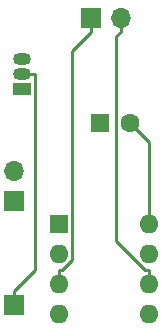
<source format=gbr>
%TF.GenerationSoftware,KiCad,Pcbnew,(5.1.7)-1*%
%TF.CreationDate,2021-09-28T11:43:39+01:00*%
%TF.ProjectId,vDrive-Sound-Board,76447269-7665-42d5-936f-756e642d426f,rev?*%
%TF.SameCoordinates,Original*%
%TF.FileFunction,Copper,L1,Top*%
%TF.FilePolarity,Positive*%
%FSLAX46Y46*%
G04 Gerber Fmt 4.6, Leading zero omitted, Abs format (unit mm)*
G04 Created by KiCad (PCBNEW (5.1.7)-1) date 2021-09-28 11:43:39*
%MOMM*%
%LPD*%
G01*
G04 APERTURE LIST*
%TA.AperFunction,ComponentPad*%
%ADD10O,1.600000X1.600000*%
%TD*%
%TA.AperFunction,ComponentPad*%
%ADD11R,1.600000X1.600000*%
%TD*%
%TA.AperFunction,ComponentPad*%
%ADD12R,1.500000X1.050000*%
%TD*%
%TA.AperFunction,ComponentPad*%
%ADD13O,1.500000X1.050000*%
%TD*%
%TA.AperFunction,ComponentPad*%
%ADD14R,1.700000X1.700000*%
%TD*%
%TA.AperFunction,ComponentPad*%
%ADD15O,1.700000X1.700000*%
%TD*%
%TA.AperFunction,ComponentPad*%
%ADD16C,1.600000*%
%TD*%
%TA.AperFunction,Conductor*%
%ADD17C,0.250000*%
%TD*%
G04 APERTURE END LIST*
D10*
%TO.P,U1,8*%
%TO.N,CHIP-POWER*%
X123920000Y-61600000D03*
%TO.P,U1,4*%
%TO.N,GND*%
X116300000Y-69220000D03*
%TO.P,U1,7*%
%TO.N,Net-(U1-Pad7)*%
X123920000Y-64140000D03*
%TO.P,U1,3*%
%TO.N,SPK2*%
X116300000Y-66680000D03*
%TO.P,U1,6*%
%TO.N,SPK1*%
X123920000Y-66680000D03*
%TO.P,U1,2*%
%TO.N,Net-(U1-Pad2)*%
X116300000Y-64140000D03*
%TO.P,U1,5*%
%TO.N,Net-(U1-Pad5)*%
X123920000Y-69220000D03*
D11*
%TO.P,U1,1*%
%TO.N,Net-(U1-Pad1)*%
X116300000Y-61600000D03*
%TD*%
D12*
%TO.P,Q1,1*%
%TO.N,CHIP-POWER*%
X113200000Y-50200000D03*
D13*
%TO.P,Q1,3*%
%TO.N,+5V*%
X113200000Y-47660000D03*
%TO.P,Q1,2*%
%TO.N,LED*%
X113200000Y-48930000D03*
%TD*%
D14*
%TO.P,J3,1*%
%TO.N,LED*%
X112500000Y-68500000D03*
%TD*%
D15*
%TO.P,J2,2*%
%TO.N,SPK1*%
X121540000Y-44200000D03*
D14*
%TO.P,J2,1*%
%TO.N,SPK2*%
X119000000Y-44200000D03*
%TD*%
D15*
%TO.P,J1,2*%
%TO.N,+5V*%
X112500000Y-57160000D03*
D14*
%TO.P,J1,1*%
%TO.N,GND*%
X112500000Y-59700000D03*
%TD*%
D16*
%TO.P,C1,2*%
%TO.N,CHIP-POWER*%
X122300000Y-53100000D03*
D11*
%TO.P,C1,1*%
%TO.N,+5V*%
X119800000Y-53100000D03*
%TD*%
D17*
%TO.N,CHIP-POWER*%
X122300000Y-53100000D02*
X123920000Y-54720000D01*
X123920000Y-54720000D02*
X123920000Y-61600000D01*
%TO.N,SPK1*%
X123920000Y-66680000D02*
X123920000Y-65554700D01*
X121540000Y-44200000D02*
X121540000Y-45375300D01*
X121540000Y-45375300D02*
X121167100Y-45748200D01*
X121167100Y-45748200D02*
X121167100Y-63083100D01*
X121167100Y-63083100D02*
X123638700Y-65554700D01*
X123638700Y-65554700D02*
X123920000Y-65554700D01*
%TO.N,SPK2*%
X116300000Y-66680000D02*
X116300000Y-65554700D01*
X119000000Y-44200000D02*
X119000000Y-45375300D01*
X119000000Y-45375300D02*
X117425300Y-46950000D01*
X117425300Y-46950000D02*
X117425300Y-64710800D01*
X117425300Y-64710800D02*
X116581400Y-65554700D01*
X116581400Y-65554700D02*
X116300000Y-65554700D01*
%TO.N,LED*%
X113200000Y-48930000D02*
X114275300Y-48930000D01*
X112500000Y-68500000D02*
X112500000Y-67324700D01*
X112500000Y-67324700D02*
X114275300Y-65549400D01*
X114275300Y-65549400D02*
X114275300Y-48930000D01*
%TD*%
M02*

</source>
